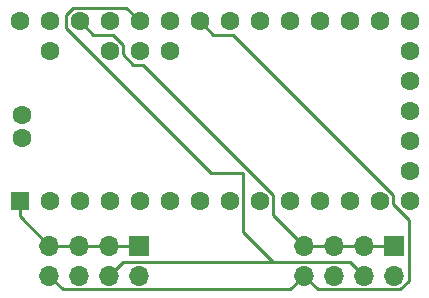
<source format=gbr>
%TF.GenerationSoftware,KiCad,Pcbnew,(5.1.10)-1*%
%TF.CreationDate,2021-05-17T00:39:45-05:00*%
%TF.ProjectId,mario2,6d617269-6f32-42e6-9b69-6361645f7063,rev?*%
%TF.SameCoordinates,Original*%
%TF.FileFunction,Copper,L1,Top*%
%TF.FilePolarity,Positive*%
%FSLAX46Y46*%
G04 Gerber Fmt 4.6, Leading zero omitted, Abs format (unit mm)*
G04 Created by KiCad (PCBNEW (5.1.10)-1) date 2021-05-17 00:39:45*
%MOMM*%
%LPD*%
G01*
G04 APERTURE LIST*
%TA.AperFunction,ComponentPad*%
%ADD10C,1.600000*%
%TD*%
%TA.AperFunction,ComponentPad*%
%ADD11R,1.600000X1.600000*%
%TD*%
%TA.AperFunction,ComponentPad*%
%ADD12R,1.700000X1.700000*%
%TD*%
%TA.AperFunction,ComponentPad*%
%ADD13O,1.700000X1.700000*%
%TD*%
%TA.AperFunction,Conductor*%
%ADD14C,0.250000*%
%TD*%
G04 APERTURE END LIST*
D10*
%TO.P,U1,39*%
%TO.N,Net-(U1-Pad39)*%
X90422801Y-79831001D03*
%TO.P,U1,40*%
%TO.N,Net-(U1-Pad40)*%
X90422801Y-77849801D03*
D11*
%TO.P,U1,1*%
%TO.N,Net-(J1-Pad1)*%
X90245001Y-85165001D03*
D10*
%TO.P,U1,2*%
%TO.N,Net-(U1-Pad2)*%
X92785001Y-85165001D03*
%TO.P,U1,3*%
%TO.N,Net-(U1-Pad3)*%
X95325001Y-85165001D03*
%TO.P,U1,4*%
%TO.N,Net-(U1-Pad4)*%
X97865001Y-85165001D03*
%TO.P,U1,5*%
%TO.N,Net-(U1-Pad5)*%
X100405001Y-85165001D03*
%TO.P,U1,6*%
%TO.N,Net-(U1-Pad6)*%
X102945001Y-85165001D03*
%TO.P,U1,7*%
%TO.N,Net-(U1-Pad7)*%
X105485001Y-85165001D03*
%TO.P,U1,8*%
%TO.N,Net-(U1-Pad8)*%
X108025001Y-85165001D03*
%TO.P,U1,9*%
%TO.N,Net-(U1-Pad9)*%
X110565001Y-85165001D03*
%TO.P,U1,10*%
%TO.N,Net-(U1-Pad10)*%
X113105001Y-85165001D03*
%TO.P,U1,11*%
%TO.N,Net-(U1-Pad11)*%
X115645001Y-85165001D03*
%TO.P,U1,12*%
%TO.N,Net-(U1-Pad12)*%
X118185001Y-85165001D03*
%TO.P,U1,13*%
%TO.N,Net-(U1-Pad13)*%
X120725001Y-85165001D03*
%TO.P,U1,37*%
%TO.N,Net-(U1-Pad37)*%
X102945001Y-72465001D03*
%TO.P,U1,36*%
%TO.N,Net-(U1-Pad36)*%
X100405001Y-72465001D03*
%TO.P,U1,35*%
%TO.N,Net-(U1-Pad35)*%
X97865001Y-72465001D03*
%TO.P,U1,34*%
%TO.N,Net-(U1-Pad34)*%
X92785001Y-72465001D03*
%TO.P,U1,33*%
%TO.N,Net-(U1-Pad33)*%
X90245001Y-69925001D03*
%TO.P,U1,32*%
%TO.N,Net-(U1-Pad32)*%
X92785001Y-69925001D03*
%TO.P,U1,31*%
%TO.N,Net-(J2-Pad1)*%
X95325001Y-69925001D03*
%TO.P,U1,30*%
%TO.N,Net-(J1-Pad2)*%
X97865001Y-69925001D03*
%TO.P,U1,29*%
%TO.N,Net-(J1-Pad4)*%
X100405001Y-69925001D03*
%TO.P,U1,28*%
%TO.N,Net-(J1-Pad6)*%
X102945001Y-69925001D03*
%TO.P,U1,27*%
%TO.N,Net-(J1-Pad8)*%
X105485001Y-69925001D03*
%TO.P,U1,26*%
%TO.N,Net-(U1-Pad26)*%
X108025001Y-69925001D03*
%TO.P,U1,25*%
%TO.N,Net-(U1-Pad25)*%
X110565001Y-69925001D03*
%TO.P,U1,24*%
%TO.N,Net-(U1-Pad24)*%
X113105001Y-69925001D03*
%TO.P,U1,23*%
%TO.N,Net-(U1-Pad23)*%
X115645001Y-69925001D03*
%TO.P,U1,22*%
%TO.N,Net-(U1-Pad22)*%
X118185001Y-69925001D03*
%TO.P,U1,21*%
%TO.N,Net-(U1-Pad21)*%
X120725001Y-69925001D03*
%TO.P,U1,14*%
%TO.N,Net-(U1-Pad14)*%
X123265001Y-85165001D03*
%TO.P,U1,15*%
%TO.N,Net-(U1-Pad15)*%
X123265001Y-82625001D03*
%TO.P,U1,16*%
%TO.N,Net-(U1-Pad16)*%
X123265001Y-80085001D03*
%TO.P,U1,20*%
%TO.N,Net-(U1-Pad20)*%
X123265001Y-69925001D03*
%TO.P,U1,19*%
%TO.N,Net-(U1-Pad19)*%
X123265001Y-72465001D03*
%TO.P,U1,18*%
%TO.N,Net-(U1-Pad18)*%
X123265001Y-75005001D03*
%TO.P,U1,17*%
%TO.N,Net-(U1-Pad17)*%
X123265001Y-77545001D03*
%TD*%
D12*
%TO.P,J1,1*%
%TO.N,Net-(J1-Pad1)*%
X100330000Y-88900000D03*
D13*
%TO.P,J1,2*%
%TO.N,Net-(J1-Pad2)*%
X100330000Y-91440000D03*
%TO.P,J1,3*%
%TO.N,Net-(J1-Pad1)*%
X97790000Y-88900000D03*
%TO.P,J1,4*%
%TO.N,Net-(J1-Pad4)*%
X97790000Y-91440000D03*
%TO.P,J1,5*%
%TO.N,Net-(J1-Pad1)*%
X95250000Y-88900000D03*
%TO.P,J1,6*%
%TO.N,Net-(J1-Pad6)*%
X95250000Y-91440000D03*
%TO.P,J1,7*%
%TO.N,Net-(J1-Pad1)*%
X92710000Y-88900000D03*
%TO.P,J1,8*%
%TO.N,Net-(J1-Pad8)*%
X92710000Y-91440000D03*
%TD*%
%TO.P,J2,8*%
%TO.N,Net-(J1-Pad8)*%
X114300000Y-91440000D03*
%TO.P,J2,7*%
%TO.N,Net-(J2-Pad1)*%
X114300000Y-88900000D03*
%TO.P,J2,6*%
%TO.N,Net-(J1-Pad6)*%
X116840000Y-91440000D03*
%TO.P,J2,5*%
%TO.N,Net-(J2-Pad1)*%
X116840000Y-88900000D03*
%TO.P,J2,4*%
%TO.N,Net-(J1-Pad4)*%
X119380000Y-91440000D03*
%TO.P,J2,3*%
%TO.N,Net-(J2-Pad1)*%
X119380000Y-88900000D03*
%TO.P,J2,2*%
%TO.N,Net-(J1-Pad2)*%
X121920000Y-91440000D03*
D12*
%TO.P,J2,1*%
%TO.N,Net-(J2-Pad1)*%
X121920000Y-88900000D03*
%TD*%
D14*
%TO.N,Net-(J1-Pad1)*%
X90245001Y-86435001D02*
X92710000Y-88900000D01*
X90245001Y-85165001D02*
X90245001Y-86435001D01*
X100330000Y-88900000D02*
X92710000Y-88900000D01*
%TO.N,Net-(J1-Pad4)*%
X118204999Y-90264999D02*
X119380000Y-91440000D01*
X97790000Y-91440000D02*
X98965001Y-90264999D01*
X99280000Y-68800000D02*
X100405001Y-69925001D01*
X94785000Y-68800000D02*
X99280000Y-68800000D01*
X94200000Y-70465002D02*
X94200000Y-69385000D01*
X106456408Y-82721410D02*
X94200000Y-70465002D01*
X109150002Y-82721410D02*
X106456408Y-82721410D01*
X109150002Y-87750000D02*
X109150002Y-82721410D01*
X98965001Y-90264999D02*
X111665001Y-90264999D01*
X94200000Y-69385000D02*
X94785000Y-68800000D01*
X111665001Y-90264999D02*
X109150002Y-87750000D01*
X111665001Y-90264999D02*
X118204999Y-90264999D01*
%TO.N,Net-(J1-Pad8)*%
X113124999Y-92615001D02*
X114300000Y-91440000D01*
X93885001Y-92615001D02*
X113124999Y-92615001D01*
X92710000Y-91440000D02*
X93885001Y-92615001D01*
X121850002Y-84625000D02*
X108275004Y-71050002D01*
X123190000Y-86755002D02*
X121850002Y-85415004D01*
X106610002Y-71050002D02*
X105485001Y-69925001D01*
X123190000Y-91909002D02*
X123190000Y-86755002D01*
X122484001Y-92615001D02*
X123190000Y-91909002D01*
X108275004Y-71050002D02*
X106610002Y-71050002D01*
X115475001Y-92615001D02*
X122484001Y-92615001D01*
X121850002Y-85415004D02*
X121850002Y-84625000D01*
X114300000Y-91440000D02*
X115475001Y-92615001D01*
%TO.N,Net-(J2-Pad1)*%
X121920000Y-88900000D02*
X114300000Y-88900000D01*
X96450002Y-71050002D02*
X95325001Y-69925001D01*
X100655004Y-73590002D02*
X99865000Y-73590002D01*
X98115004Y-71050002D02*
X96450002Y-71050002D01*
X98990002Y-71925000D02*
X98115004Y-71050002D01*
X111690002Y-84625000D02*
X100655004Y-73590002D01*
X98990002Y-72715004D02*
X98990002Y-71925000D01*
X99865000Y-73590002D02*
X98990002Y-72715004D01*
X111690002Y-86290002D02*
X111690002Y-84625000D01*
X114300000Y-88900000D02*
X111690002Y-86290002D01*
%TD*%
M02*

</source>
